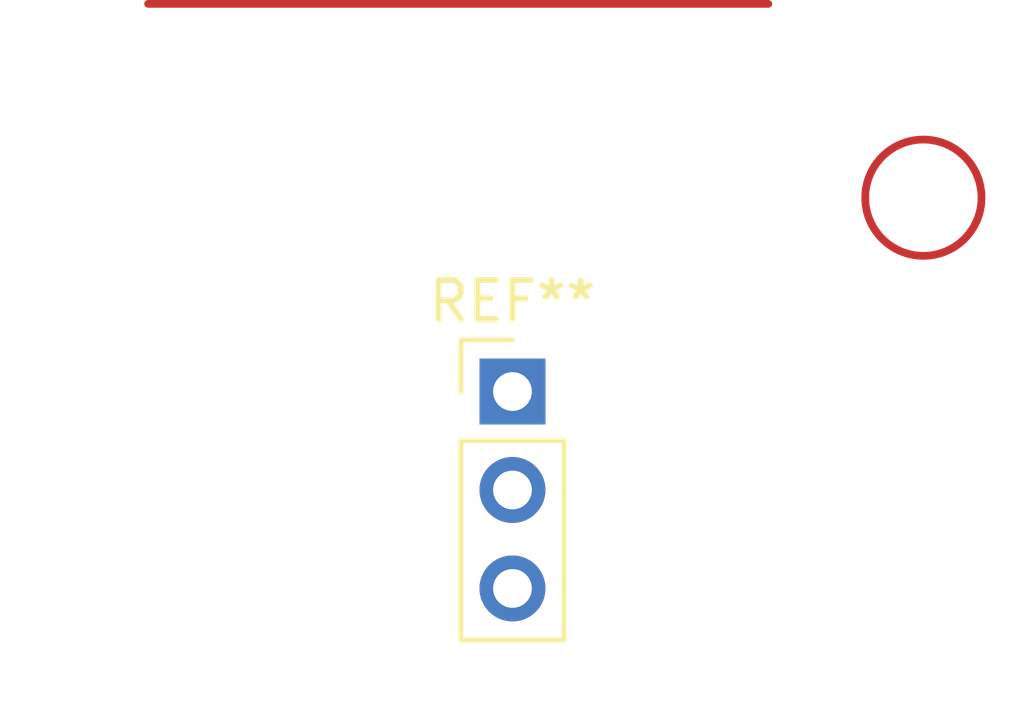
<source format=kicad_pcb>
(kicad_pcb (version 20211014) (generator pcbnew)
  (layers (0 "F.Cu" signal) (31 "B.Cu" signal) (34 "B.Paste" user) (35 "F.Paste" user) (36 "B.SilkS" user "B.Silkscreen") (37 "F.SilkS" user "F.Silkscreen") (38 "B.Mask" user) (39 "F.Mask" user) (44 "Edge.Cuts" user))
  (net 0 "")
  (footprint "Connector_PinHeader_2.54mm:PinHeader_1x03_P2.54mm_Vertical" (layer "F.Cu") (at 119.4 100)
    (fp_text reference "REF**" (at 0 -2.33) (layer "F.SilkS"))
    (fp_text value "PinHeader_1x03_P2.54mm_Vertical")
    (fp_line (start -1.33 1.27) (end 1.33 1.27) (layer "F.SilkS") (width 0.12))
    (fp_line (start -1.33 0) (end -1.33 -1.33) (layer "F.SilkS") (width 0.12))
    (fp_line (start -1.33 1.27) (end -1.33 6.41) (layer "F.SilkS") (width 0.12))
    (fp_line (start 1.33 1.27) (end 1.33 6.41) (layer "F.SilkS") (width 0.12))
    (fp_line (start -1.33 6.41) (end 1.33 6.41) (layer "F.SilkS") (width 0.12))
    (fp_line (start -1.33 -1.33) (end 0 -1.33) (layer "F.SilkS") (width 0.12))
    (pad "1" thru_hole rect (at 0 0) (size 1.7 1.7) (drill 1) (layers *.Cu *.Mask))
    (pad "2" thru_hole oval (at 0 2.54) (size 1.7 1.7) (drill 1) (layers *.Cu *.Mask))
    (pad "3" thru_hole oval (at 0 5.08) (size 1.7 1.7) (drill 1) (layers *.Cu *.Mask))
  )
  (gr_line (start 110 90) (end 126 90) (layer "F.Cu") (width 0.2))
  (gr_circle (center 130 95) (end 130 96.5) (layer "F.Cu") (width 0.2) (fill none))
)
</source>
